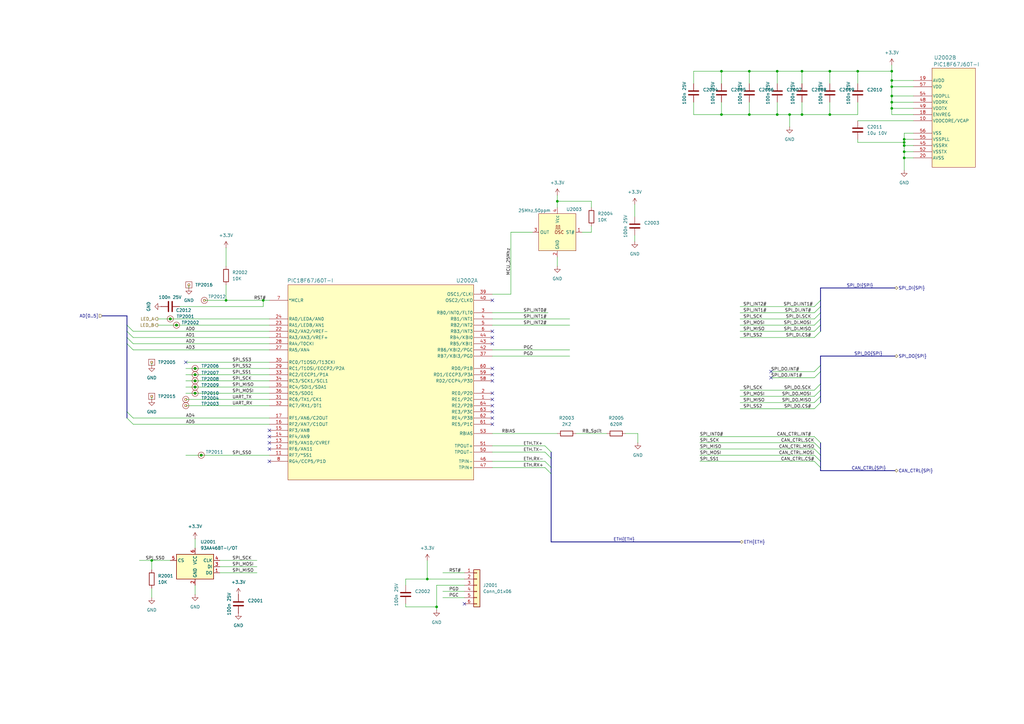
<source format=kicad_sch>
(kicad_sch (version 20231120) (generator "eeschema") (generator_version "8.0")
  (paper "A3")
  (title_block (title "BT_ADDX") (rev "Rev:P1"))
  (lib_symbols
    (symbol "Connector_Generic:Conn_01x06" (pin_names (offset 1.016) hide)
      (property "Reference" "J" (at 0 7.62 0))
      (property "Value" "Conn_01x06" (at 0 -10.16 0))
      (symbol "Conn_01x06_1_1"
        (rectangle (start -1.27 -7.493) (end 0 -7.747) (stroke (width 0.1524)))
        (rectangle (start -1.27 -4.953) (end 0 -5.207) (stroke (width 0.1524)))
        (rectangle (start -1.27 -2.413) (end 0 -2.667) (stroke (width 0.1524)))
        (rectangle (start -1.27 0.127) (end 0 -0.127) (stroke (width 0.1524)))
        (rectangle (start -1.27 2.667) (end 0 2.413) (stroke (width 0.1524)))
        (rectangle (start -1.27 5.207) (end 0 4.953) (stroke (width 0.1524)))
        (rectangle (start -1.27 6.35) (end 1.27 -8.89) (stroke (width 0.254)) (fill (type background)))
        (pin passive line (at -5.08 5.08 0) (length 3.81) (name "Pin_1") (number "1"))
        (pin passive line (at -5.08 2.54 0) (length 3.81) (name "Pin_2") (number "2"))
        (pin passive line (at -5.08 0 0) (length 3.81) (name "Pin_3") (number "3"))
        (pin passive line (at -5.08 -2.54 0) (length 3.81) (name "Pin_4") (number "4"))
        (pin passive line (at -5.08 -5.08 0) (length 3.81) (name "Pin_5") (number "5"))
        (pin passive line (at -5.08 -7.62 0) (length 3.81) (name "Pin_6") (number "6"))
      )
    )
    (symbol "bt_capacitor:C;M;100n;10p;25V;S;0603" (pin_numbers hide) (pin_names (offset 0.254))
      (property "Reference" "C" (at 0.635 2.54 0))
      (property "Value" "100n 25V" (at 4.635 -2.54 0))
      (symbol "C;M;100n;10p;25V;S;0603_0_1"
        (polyline (pts (xy -2.032 -0.762) (xy 2.032 -0.762)) (stroke (width 0.508)))
        (polyline (pts (xy -2.032 0.762) (xy 2.032 0.762)) (stroke (width 0.508)))
      )
      (symbol "C;M;100n;10p;25V;S;0603_1_1"
        (pin passive line (at 0 3.81 270) (length 2.794) (name "~") (number "1"))
        (pin passive line (at 0 -3.81 90) (length 2.794) (name "~") (number "2"))
      )
    )
    (symbol "bt_capacitor:C;M;10u;10p;10V;S;0603" (pin_numbers hide) (pin_names (offset 0.254))
      (property "Reference" "C" (at 0.635 2.54 0))
      (property "Value" "10u 10V" (at 4.635 -2.54 0))
      (symbol "C;M;10u;10p;10V;S;0603_0_1"
        (polyline (pts (xy -2.032 -0.762) (xy 2.032 -0.762)) (stroke (width 0.508)))
        (polyline (pts (xy -2.032 0.762) (xy 2.032 0.762)) (stroke (width 0.508)))
      )
      (symbol "C;M;10u;10p;10V;S;0603_1_1"
        (pin passive line (at 0 3.81 270) (length 2.794) (name "~") (number "1"))
        (pin passive line (at 0 -3.81 90) (length 2.794) (name "~") (number "2"))
      )
    )
    (symbol "bt_mcu:PIC18F67J60T-I_PT" (pin_names (offset 0.254))
      (property "Reference" "U" (at 8.89 10.668 0))
      (property "Value" "PIC18F67J60T-I" (at 17.526 7.874 0))
      (symbol "PIC18F67J60T-I_PT_1_1"
        (rectangle (start 7.62 6.35) (end 83.82 -73.66) (fill (type background)))
        (pin unspecified line (at 91.44 -40.64 180) (length 7.62) (name "RE1/P2C") (number "1"))
        (pin unspecified line (at 0 -63.5 0) (length 7.62) (name "RF7/*SS1") (number "11"))
        (pin unspecified line (at 0 -60.96 0) (length 7.62) (name "RF6/AN11") (number "12"))
        (pin unspecified line (at 0 -58.42 0) (length 7.62) (name "RF5/AN10/CVREF") (number "13"))
        (pin unspecified line (at 0 -55.88 0) (length 7.62) (name "RF4/AN9") (number "14"))
        (pin unspecified line (at 0 -53.34 0) (length 7.62) (name "RF3/AN8") (number "15"))
        (pin unspecified line (at 0 -50.8 0) (length 7.62) (name "RF2/AN7/C1OUT") (number "16"))
        (pin unspecified line (at 0 -48.26 0) (length 7.62) (name "RF1/AN6/C2OUT") (number "17"))
        (pin unspecified line (at 91.44 -38.1 180) (length 7.62) (name "RE0/P2D") (number "2"))
        (pin unspecified line (at 0 -15.24 0) (length 7.62) (name "RA3/AN3/VREF+") (number "21"))
        (pin unspecified line (at 0 -12.7 0) (length 7.62) (name "RA2/AN2/VREF-") (number "22"))
        (pin unspecified line (at 0 -10.16 0) (length 7.62) (name "RA1/LEDB/AN1") (number "23"))
        (pin unspecified line (at 0 -7.62 0) (length 7.62) (name "RA0/LEDA/AN0") (number "24"))
        (pin unspecified line (at 0 -20.32 0) (length 7.62) (name "RA5/AN4") (number "27"))
        (pin unspecified line (at 0 -17.78 0) (length 7.62) (name "RA4/T0CKI") (number "28"))
        (pin unspecified line (at 0 -27.94 0) (length 7.62) (name "RC1/T1OSI/ECCP2/P2A") (number "29"))
        (pin unspecified line (at 91.44 -5.08 180) (length 7.62) (name "RB0/INT0/FLT0") (number "3"))
        (pin unspecified line (at 0 -25.4 0) (length 7.62) (name "RC0/T1OSO/T13CKI") (number "30"))
        (pin unspecified line (at 0 -40.64 0) (length 7.62) (name "RC6/TX1/CK1") (number "31"))
        (pin unspecified line (at 0 -43.18 0) (length 7.62) (name "RC7/RX1/DT1") (number "32"))
        (pin unspecified line (at 0 -30.48 0) (length 7.62) (name "RC2/ECCP1/P1A") (number "33"))
        (pin unspecified line (at 0 -33.02 0) (length 7.62) (name "RC3/SCK1/SCL1") (number "34"))
        (pin unspecified line (at 0 -35.56 0) (length 7.62) (name "RC4/SDI1/SDA1") (number "35"))
        (pin unspecified line (at 0 -38.1 0) (length 7.62) (name "RC5/SDO1") (number "36"))
        (pin unspecified line (at 91.44 -22.86 180) (length 7.62) (name "RB7/KBI3/PGD") (number "37"))
        (pin unspecified line (at 91.44 2.54 180) (length 7.62) (name "OSC1/CLKI") (number "39"))
        (pin unspecified line (at 91.44 -7.62 180) (length 7.62) (name "RB1/INT1") (number "4"))
        (pin unspecified line (at 91.44 0 180) (length 7.62) (name "OSC2/CLKO") (number "40"))
        (pin unspecified line (at 91.44 -20.32 180) (length 7.62) (name "RB6/KBI2/PGC") (number "42"))
        (pin unspecified line (at 91.44 -17.78 180) (length 7.62) (name "RB5/KBI1") (number "43"))
        (pin unspecified line (at 91.44 -15.24 180) (length 7.62) (name "RB4/KBI0") (number "44"))
        (pin unspecified line (at 91.44 -66.04 180) (length 7.62) (name "TPIN-") (number "46"))
        (pin unspecified line (at 91.44 -68.58 180) (length 7.62) (name "TPIN+") (number "47"))
        (pin unspecified line (at 91.44 -10.16 180) (length 7.62) (name "RB2/INT2") (number "5"))
        (pin unspecified line (at 91.44 -62.23 180) (length 7.62) (name "TPOUT-") (number "50"))
        (pin unspecified line (at 91.44 -59.69 180) (length 7.62) (name "TPOUT+") (number "51"))
        (pin unspecified line (at 91.44 -54.61 180) (length 7.62) (name "RBIAS") (number "53"))
        (pin unspecified line (at 91.44 -33.02 180) (length 7.62) (name "RD2/CCP4/P3D") (number "58"))
        (pin unspecified line (at 91.44 -30.48 180) (length 7.62) (name "RD1/ECCP3/P3A") (number "59"))
        (pin unspecified line (at 91.44 -12.7 180) (length 7.62) (name "RB3/INT3") (number "6"))
        (pin unspecified line (at 91.44 -27.94 180) (length 7.62) (name "RD0/P1B") (number "60"))
        (pin unspecified line (at 91.44 -50.8 180) (length 7.62) (name "RE5/P1C") (number "61"))
        (pin unspecified line (at 91.44 -48.26 180) (length 7.62) (name "RE4/P3B") (number "62"))
        (pin unspecified line (at 91.44 -45.72 180) (length 7.62) (name "RE3/P3C") (number "63"))
        (pin unspecified line (at 91.44 -43.18 180) (length 7.62) (name "RE2/P2B") (number "64"))
        (pin unspecified line (at 0 0 0) (length 7.62) (name "*MCLR") (number "7"))
        (pin unspecified line (at 0 -66.04 0) (length 7.62) (name "RG4/CCP5/P1D") (number "8"))
      )
      (symbol "PIC18F67J60T-I_PT_2_1"
        (rectangle (start 7.62 5.08) (end 25.4 -35.56) (fill (type background)))
        (pin unspecified line (at 0 -16.51 0) (length 7.62) (name "VDDCORE/VCAP") (number "10"))
        (pin unspecified line (at 0 -13.97 0) (length 7.62) (name "ENVREG") (number "18"))
        (pin unspecified line (at 0 0 0) (length 7.62) (name "AVDD") (number "19"))
        (pin unspecified line (at 0 -31.75 0) (length 7.62) (name "AVSS") (number "20"))
        (pin unspecified line (at 0 -21.59 0) (length 7.62) hide (name "VSS") (number "25"))
        (pin unspecified line (at 0 -2.54 0) (length 7.62) hide (name "VDD") (number "26"))
        (pin unspecified line (at 0 -2.54 0) (length 7.62) hide (name "VDD") (number "38"))
        (pin unspecified line (at 0 -21.59 0) (length 7.62) hide (name "VSS") (number "41"))
        (pin unspecified line (at 0 -26.67 0) (length 7.62) (name "VSSRX") (number "45"))
        (pin unspecified line (at 0 -8.89 0) (length 7.62) (name "VDDRX") (number "48"))
        (pin unspecified line (at 0 -11.43 0) (length 7.62) (name "VDDTX") (number "49"))
        (pin unspecified line (at 0 -29.21 0) (length 7.62) (name "VSSTX") (number "52"))
        (pin unspecified line (at 0 -6.35 0) (length 7.62) (name "VDDPLL") (number "54"))
        (pin unspecified line (at 0 -24.13 0) (length 7.62) (name "VSSPLL") (number "55"))
        (pin unspecified line (at 0 -21.59 0) (length 7.62) (name "VSS") (number "56"))
        (pin unspecified line (at 0 -2.54 0) (length 7.62) (name "VDD") (number "57"))
        (pin unspecified line (at 0 -21.59 0) (length 7.62) hide (name "VSS") (number "9"))
      )
    )
    (symbol "bt_memory:93AA46BT-I/OT"
      (property "Reference" "U" (at -6.35 6.35 0))
      (property "Value" "93AA46BT-I/OT" (at 7.62 -6.35 0))
      (symbol "93AA46BT-I/OT_0_1"
        (rectangle (start -7.62 5.08) (end 7.62 -5.08) (stroke (width 0.254)) (fill (type background)))
      )
      (symbol "93AA46BT-I/OT_1_1"
        (pin tri_state line (at 10.16 -2.54 180) (length 2.54) (name "DO") (number "1"))
        (pin power_in line (at 0 -7.62 90) (length 2.54) (name "GND") (number "2"))
        (pin input line (at 10.16 0 180) (length 2.54) (name "DI") (number "3"))
        (pin input line (at 10.16 2.54 180) (length 2.54) (name "CLK") (number "4"))
        (pin input line (at -10.16 2.54 0) (length 2.54) (name "CS") (number "5"))
        (pin power_in line (at 0 7.62 270) (length 2.54) (name "VCC") (number "6"))
      )
    )
    (symbol "bt_misc:TestPoint_SQU" (pin_numbers hide) (pin_names (offset 0.762) hide)
      (property "Reference" "TP" (at 0 3.81 0))
      (symbol "TestPoint_SQU_0_1"
        (rectangle (start -1.27 1.27) (end 1.27 -1.27))
        (circle (center 0 0) (radius 0.508) (fill (type background)))
      )
      (symbol "TestPoint_SQU_1_1"
        (pin passive line (at 0 0 90) (length 0) (name "1") (number "1"))
      )
    )
    (symbol "bt_misc:TestPoint_THD" (pin_numbers hide) (pin_names (offset 0.762) hide)
      (property "Reference" "TP" (at 0 3.81 0))
      (symbol "TestPoint_THD_0_1"
        (circle (center 0 0) (radius 0.508) (fill (type background)))
        (circle (center 0 0) (radius 1.27))
      )
      (symbol "TestPoint_THD_1_1"
        (pin passive line (at 0 0 90) (length 0) (name "1") (number "1"))
      )
    )
    (symbol "bt_oscillator:OSC;25Mhz;50ppm;3v3;SG3225CAN"
      (property "Reference" "U" (at 0.762 1.27 0))
      (property "Value" "25Mhz,50ppm" (at 14.986 1.27 0))
      (symbol "OSC;25Mhz;50ppm;3v3;SG3225CAN_0_0"
        (pin input line (at -2.54 -7.62 0) (length 2.54) (name "ST#") (number "1"))
      )
      (symbol "OSC;25Mhz;50ppm;3v3;SG3225CAN_0_1"
        (polyline (pts (xy 6.35 -6.35) (xy 6.604 -6.35) (xy 6.604 -4.826) (xy 7.112 -4.826) (xy 7.112 -6.35) (xy 7.62 -6.35) (xy 7.62 -4.826) (xy 8.128 -4.826) (xy 8.128 -6.35) (xy 8.382 -6.35)))
        (rectangle (start 0 0) (end 15.24 -15.24) (fill (type background)))
      )
      (symbol "OSC;25Mhz;50ppm;3v3;SG3225CAN_1_0"
        (pin input line (at 7.62 -17.78 90) (length 2.54) (name "GND") (number "2"))
        (pin output line (at 17.78 -7.62 180) (length 2.54) (name "OUT") (number "3"))
        (pin power_in line (at 7.62 2.54 270) (length 2.54) (name "Vcc") (number "4"))
      )
      (symbol "OSC;25Mhz;50ppm;3v3;SG3225CAN_1_1"
        (text "OSC" (at 6.858 -7.62 0) (effects (font (size 1.27 1.27))))
      )
    )
    (symbol "bt_resistors:R;G;10K;10P0;S;0603" (pin_numbers hide) (pin_names (offset 0))
      (property "Reference" "R" (at 2.032 0 90))
      (property "Value" "10K" (at 0 0 90))
      (symbol "R;G;10K;10P0;S;0603_0_1"
        (rectangle (start -1.016 -2.54) (end 1.016 2.54) (stroke (width 0.254)))
      )
      (symbol "R;G;10K;10P0;S;0603_1_1"
        (pin passive line (at 0 3.81 270) (length 1.27) (name "~") (number "1"))
        (pin passive line (at 0 -3.81 90) (length 1.27) (name "~") (number "2"))
      )
    )
    (symbol "bt_resistors:R;G;2K2;10P0;S;0603" (pin_numbers hide) (pin_names (offset 0))
      (property "Reference" "R" (at 2.032 0 90))
      (property "Value" "2K2" (at 0 0 90))
      (symbol "R;G;2K2;10P0;S;0603_0_1"
        (rectangle (start -1.016 -2.54) (end 1.016 2.54) (stroke (width 0.254)))
      )
      (symbol "R;G;2K2;10P0;S;0603_1_1"
        (pin passive line (at 0 3.81 270) (length 1.27) (name "~") (number "1"))
        (pin passive line (at 0 -3.81 90) (length 1.27) (name "~") (number "2"))
      )
    )
    (symbol "bt_resistors:R;G;620R;10P0;S;0603" (pin_numbers hide) (pin_names (offset 0))
      (property "Reference" "R" (at 2.032 0 90))
      (property "Value" "620R" (at 0 0 90))
      (symbol "R;G;620R;10P0;S;0603_0_1"
        (rectangle (start -1.016 -2.54) (end 1.016 2.54) (stroke (width 0.254)))
      )
      (symbol "R;G;620R;10P0;S;0603_1_1"
        (pin passive line (at 0 3.81 270) (length 1.27) (name "~") (number "1"))
        (pin passive line (at 0 -3.81 90) (length 1.27) (name "~") (number "2"))
      )
    )
    (symbol "power:+3.3V" (power) (pin_numbers hide) (pin_names (offset 0) hide)
      (property "Value" "+3.3V" (at 0 3.556 0))
      (symbol "+3.3V_0_1"
        (polyline (pts (xy -0.762 1.27) (xy 0 2.54)))
        (polyline (pts (xy 0 0) (xy 0 2.54)))
        (polyline (pts (xy 0 2.54) (xy 0.762 1.27)))
      )
      (symbol "+3.3V_1_1"
        (pin power_in line (at 0 0 90) (length 0) (name "~") (number "1"))
      )
    )
    (symbol "power:GND" (power) (pin_numbers hide) (pin_names (offset 0) hide)
      (property "Value" "GND" (at 0 -3.81 0))
      (symbol "GND_0_1"
        (polyline (pts (xy 0 0) (xy 0 -1.27) (xy 1.27 -1.27) (xy 0 -2.54) (xy -1.27 -1.27) (xy 0 -1.27)))
      )
      (symbol "GND_1_1"
        (pin power_in line (at 0 0 270) (length 0) (name "~") (number "1"))
      )
    )
  )
  (junction (at 365.76 33.02))
  (junction (at 365.76 39.37))
  (junction (at 80.01 151.13))
  (junction (at 295.91 46.99))
  (junction (at 62.23 229.87))
  (junction (at 351.79 29.21))
  (junction (at 72.39 133.35))
  (junction (at 370.84 64.77))
  (junction (at 92.71 123.19))
  (junction (at 328.93 46.99))
  (junction (at 175.26 237.49))
  (junction (at 307.34 46.99))
  (junction (at 370.84 59.69))
  (junction (at 307.34 29.21))
  (junction (at 365.76 41.91))
  (junction (at 370.84 57.15))
  (junction (at 80.01 161.29))
  (junction (at 328.93 29.21))
  (junction (at 365.76 35.56))
  (junction (at 318.77 46.99))
  (junction (at 82.55 186.69))
  (junction (at 295.91 29.21))
  (junction (at 370.84 62.23))
  (junction (at 365.76 44.45))
  (junction (at 370.84 58.42))
  (junction (at 80.01 158.75))
  (junction (at 365.76 29.21))
  (junction (at 318.77 29.21))
  (junction (at 69.85 130.81))
  (junction (at 323.85 46.99))
  (junction (at 107.95 123.19))
  (junction (at 228.6 82.55))
  (junction (at 340.36 29.21))
  (junction (at 340.36 46.99))
  (junction (at 179.07 248.92))
  (junction (at 80.01 156.21))
  (junction (at 80.01 153.67))
  (no_connect (at 201.93 123.19))
  (no_connect (at 76.2 148.59))
  (no_connect (at 201.93 135.89))
  (no_connect (at 201.93 168.91))
  (no_connect (at 201.93 156.21))
  (no_connect (at 110.49 176.53))
  (no_connect (at 110.49 179.07))
  (no_connect (at 201.93 151.13))
  (no_connect (at 201.93 161.29))
  (no_connect (at 201.93 163.83))
  (no_connect (at 316.23 152.4))
  (no_connect (at 201.93 153.67))
  (no_connect (at 201.93 166.37))
  (no_connect (at 110.49 181.61))
  (no_connect (at 201.93 173.99))
  (no_connect (at 110.49 184.15))
  (no_connect (at 201.93 138.43))
  (no_connect (at 201.93 140.97))
  (no_connect (at 316.23 154.94))
  (no_connect (at 201.93 171.45))
  (no_connect (at 110.49 189.23))
  (no_connect (at 190.5 247.65))
  (bus_entry (at 336.55 130.81) (size -2.54 2.54))
  (bus_entry (at 52.07 133.35) (size 2.54 2.54))
  (bus_entry (at 336.55 186.69) (size -2.54 -2.54))
  (bus_entry (at 336.55 191.77) (size -2.54 -2.54))
  (bus_entry (at 336.55 125.73) (size -2.54 2.54))
  (bus_entry (at 336.55 189.23) (size -2.54 -2.54))
  (bus_entry (at 336.55 181.61) (size -2.54 -2.54))
  (bus_entry (at 336.55 123.19) (size -2.54 2.54))
  (bus_entry (at 226.06 191.77) (size -2.54 -2.54))
  (bus_entry (at 52.07 140.97) (size 2.54 2.54))
  (bus_entry (at 336.55 165.1) (size -2.54 2.54))
  (bus_entry (at 52.07 171.45) (size 2.54 2.54))
  (bus_entry (at 336.55 160.02) (size -2.54 2.54))
  (bus_entry (at 226.06 187.96) (size -2.54 -2.54))
  (bus_entry (at 52.07 168.91) (size 2.54 2.54))
  (bus_entry (at 52.07 135.89) (size 2.54 2.54))
  (bus_entry (at 336.55 133.35) (size -2.54 2.54))
  (bus_entry (at 336.55 162.56) (size -2.54 2.54))
  (bus_entry (at 226.06 185.42) (size -2.54 -2.54))
  (bus_entry (at 226.06 194.31) (size -2.54 -2.54))
  (bus_entry (at 336.55 128.27) (size -2.54 2.54))
  (bus_entry (at 336.55 184.15) (size -2.54 -2.54))
  (bus_entry (at 336.55 135.89) (size -2.54 2.54))
  (bus_entry (at 52.07 138.43) (size 2.54 2.54))
  (bus_entry (at 336.55 152.4) (size -2.54 2.54))
  (bus_entry (at 336.55 157.48) (size -2.54 2.54))
  (bus_entry (at 336.55 149.86) (size -2.54 2.54))
  (wire (pts (xy 107.95 123.19) (xy 110.49 123.19)))
  (bus (pts (xy 367.03 118.11) (xy 336.55 118.11)))
  (wire (pts (xy 365.76 35.56) (xy 365.76 39.37)))
  (wire (pts (xy 72.39 133.35) (xy 110.49 133.35)))
  (wire (pts (xy 209.55 95.25) (xy 218.44 95.25)))
  (wire (pts (xy 328.93 29.21) (xy 328.93 34.29)))
  (wire (pts (xy 365.76 33.02) (xy 365.76 35.56)))
  (wire (pts (xy 76.2 166.37) (xy 110.49 166.37)))
  (bus (pts (xy 336.55 146.05) (xy 367.03 146.05)))
  (wire (pts (xy 307.34 29.21) (xy 307.34 34.29)))
  (wire (pts (xy 370.84 57.15) (xy 370.84 58.42)))
  (bus (pts (xy 52.07 133.35) (xy 52.07 129.54)))
  (wire (pts (xy 181.61 245.11) (xy 190.5 245.11)))
  (bus (pts (xy 336.55 160.02) (xy 336.55 157.48)))
  (wire (pts (xy 318.77 29.21) (xy 318.77 34.29)))
  (wire (pts (xy 340.36 29.21) (xy 340.36 34.29)))
  (wire (pts (xy 328.93 46.99) (xy 323.85 46.99)))
  (wire (pts (xy 62.23 148.59) (xy 62.23 149.86)))
  (wire (pts (xy 303.53 135.89) (xy 334.01 135.89)))
  (wire (pts (xy 201.93 143.51) (xy 233.68 143.51)))
  (wire (pts (xy 201.93 182.88) (xy 223.52 182.88)))
  (wire (pts (xy 76.2 158.75) (xy 80.01 158.75)))
  (wire (pts (xy 77.47 116.84) (xy 77.47 118.11)))
  (wire (pts (xy 307.34 41.91) (xy 307.34 46.99)))
  (bus (pts (xy 336.55 152.4) (xy 336.55 157.48)))
  (wire (pts (xy 236.22 177.8) (xy 248.92 177.8)))
  (wire (pts (xy 76.2 151.13) (xy 80.01 151.13)))
  (wire (pts (xy 80.01 240.03) (xy 80.01 243.84)))
  (bus (pts (xy 336.55 184.15) (xy 336.55 186.69)))
  (wire (pts (xy 370.84 58.42) (xy 370.84 59.69)))
  (wire (pts (xy 370.84 62.23) (xy 374.65 62.23)))
  (wire (pts (xy 334.01 189.23) (xy 287.02 189.23)))
  (bus (pts (xy 52.07 140.97) (xy 52.07 168.91)))
  (bus (pts (xy 336.55 130.81) (xy 336.55 128.27)))
  (wire (pts (xy 76.2 161.29) (xy 80.01 161.29)))
  (wire (pts (xy 90.17 232.41) (xy 105.41 232.41)))
  (bus (pts (xy 336.55 149.86) (xy 336.55 152.4)))
  (wire (pts (xy 323.85 46.99) (xy 318.77 46.99)))
  (wire (pts (xy 365.76 26.67) (xy 365.76 29.21)))
  (wire (pts (xy 92.71 116.84) (xy 92.71 123.19)))
  (wire (pts (xy 166.37 248.92) (xy 166.37 247.65)))
  (wire (pts (xy 92.71 101.6) (xy 92.71 109.22)))
  (wire (pts (xy 328.93 29.21) (xy 340.36 29.21)))
  (wire (pts (xy 303.53 125.73) (xy 334.01 125.73)))
  (wire (pts (xy 73.66 125.73) (xy 107.95 125.73)))
  (wire (pts (xy 323.85 46.99) (xy 323.85 52.07)))
  (wire (pts (xy 76.2 156.21) (xy 80.01 156.21)))
  (wire (pts (xy 179.07 248.92) (xy 179.07 250.19)))
  (wire (pts (xy 76.2 186.69) (xy 82.55 186.69)))
  (wire (pts (xy 76.2 148.59) (xy 110.49 148.59)))
  (bus (pts (xy 336.55 165.1) (xy 336.55 162.56)))
  (wire (pts (xy 365.76 39.37) (xy 365.76 41.91)))
  (wire (pts (xy 287.02 186.69) (xy 334.01 186.69)))
  (wire (pts (xy 166.37 237.49) (xy 166.37 240.03)))
  (bus (pts (xy 52.07 135.89) (xy 52.07 138.43)))
  (wire (pts (xy 83.82 123.19) (xy 92.71 123.19)))
  (wire (pts (xy 287.02 181.61) (xy 334.01 181.61)))
  (bus (pts (xy 336.55 128.27) (xy 336.55 125.73)))
  (bus (pts (xy 336.55 162.56) (xy 336.55 160.02)))
  (wire (pts (xy 54.61 143.51) (xy 110.49 143.51)))
  (wire (pts (xy 365.76 35.56) (xy 374.65 35.56)))
  (wire (pts (xy 80.01 153.67) (xy 110.49 153.67)))
  (wire (pts (xy 201.93 191.77) (xy 223.52 191.77)))
  (wire (pts (xy 76.2 153.67) (xy 80.01 153.67)))
  (wire (pts (xy 175.26 229.87) (xy 175.26 237.49)))
  (wire (pts (xy 340.36 46.99) (xy 328.93 46.99)))
  (wire (pts (xy 370.84 64.77) (xy 370.84 69.85)))
  (wire (pts (xy 318.77 46.99) (xy 307.34 46.99)))
  (wire (pts (xy 76.2 163.83) (xy 110.49 163.83)))
  (bus (pts (xy 336.55 123.19) (xy 336.55 118.11)))
  (wire (pts (xy 351.79 46.99) (xy 340.36 46.99)))
  (wire (pts (xy 303.53 160.02) (xy 334.01 160.02)))
  (wire (pts (xy 295.91 29.21) (xy 307.34 29.21)))
  (wire (pts (xy 181.61 242.57) (xy 190.5 242.57)))
  (wire (pts (xy 351.79 58.42) (xy 370.84 58.42)))
  (wire (pts (xy 370.84 57.15) (xy 374.65 57.15)))
  (wire (pts (xy 80.01 151.13) (xy 110.49 151.13)))
  (wire (pts (xy 190.5 240.03) (xy 179.07 240.03)))
  (wire (pts (xy 64.77 133.35) (xy 72.39 133.35)))
  (wire (pts (xy 351.79 49.53) (xy 374.65 49.53)))
  (wire (pts (xy 64.77 130.81) (xy 69.85 130.81)))
  (wire (pts (xy 107.95 125.73) (xy 107.95 123.19)))
  (wire (pts (xy 242.57 85.09) (xy 242.57 82.55)))
  (wire (pts (xy 365.76 33.02) (xy 374.65 33.02)))
  (bus (pts (xy 336.55 181.61) (xy 336.55 184.15)))
  (wire (pts (xy 201.93 130.81) (xy 233.68 130.81)))
  (wire (pts (xy 90.17 229.87) (xy 105.41 229.87)))
  (bus (pts (xy 226.06 187.96) (xy 226.06 191.77)))
  (bus (pts (xy 336.55 191.77) (xy 336.55 193.04)))
  (wire (pts (xy 284.48 34.29) (xy 284.48 29.21)))
  (wire (pts (xy 365.76 39.37) (xy 374.65 39.37)))
  (wire (pts (xy 260.35 96.52) (xy 260.35 99.06)))
  (wire (pts (xy 201.93 128.27) (xy 224.79 128.27)))
  (bus (pts (xy 226.06 185.42) (xy 226.06 187.96)))
  (wire (pts (xy 365.76 44.45) (xy 365.76 46.99)))
  (wire (pts (xy 62.23 162.56) (xy 62.23 163.83)))
  (wire (pts (xy 295.91 46.99) (xy 284.48 46.99)))
  (wire (pts (xy 365.76 41.91) (xy 365.76 44.45)))
  (bus (pts (xy 52.07 138.43) (xy 52.07 140.97)))
  (wire (pts (xy 242.57 82.55) (xy 228.6 82.55)))
  (wire (pts (xy 209.55 120.65) (xy 201.93 120.65)))
  (bus (pts (xy 336.55 133.35) (xy 336.55 130.81)))
  (wire (pts (xy 370.84 59.69) (xy 374.65 59.69)))
  (wire (pts (xy 242.57 95.25) (xy 238.76 95.25)))
  (wire (pts (xy 190.5 237.49) (xy 175.26 237.49)))
  (bus (pts (xy 336.55 189.23) (xy 336.55 191.77)))
  (wire (pts (xy 370.84 64.77) (xy 374.65 64.77)))
  (bus (pts (xy 226.06 191.77) (xy 226.06 194.31)))
  (bus (pts (xy 336.55 146.05) (xy 336.55 149.86)))
  (bus (pts (xy 52.07 135.89) (xy 52.07 133.35)))
  (wire (pts (xy 340.36 41.91) (xy 340.36 46.99)))
  (wire (pts (xy 370.84 54.61) (xy 374.65 54.61)))
  (wire (pts (xy 365.76 29.21) (xy 365.76 33.02)))
  (wire (pts (xy 242.57 92.71) (xy 242.57 95.25)))
  (wire (pts (xy 82.55 186.69) (xy 110.49 186.69)))
  (wire (pts (xy 228.6 82.55) (xy 228.6 85.09)))
  (wire (pts (xy 351.79 57.15) (xy 351.79 58.42)))
  (wire (pts (xy 175.26 237.49) (xy 166.37 237.49)))
  (wire (pts (xy 201.93 177.8) (xy 228.6 177.8)))
  (wire (pts (xy 201.93 185.42) (xy 223.52 185.42)))
  (wire (pts (xy 80.01 161.29) (xy 110.49 161.29)))
  (wire (pts (xy 295.91 29.21) (xy 295.91 34.29)))
  (wire (pts (xy 261.62 177.8) (xy 261.62 181.61)))
  (wire (pts (xy 228.6 105.41) (xy 228.6 109.22)))
  (wire (pts (xy 303.53 167.64) (xy 334.01 167.64)))
  (wire (pts (xy 54.61 140.97) (xy 110.49 140.97)))
  (wire (pts (xy 201.93 133.35) (xy 233.68 133.35)))
  (wire (pts (xy 54.61 138.43) (xy 110.49 138.43)))
  (wire (pts (xy 80.01 156.21) (xy 110.49 156.21)))
  (wire (pts (xy 351.79 41.91) (xy 351.79 46.99)))
  (wire (pts (xy 209.55 95.25) (xy 209.55 120.65)))
  (wire (pts (xy 365.76 41.91) (xy 374.65 41.91)))
  (wire (pts (xy 201.93 189.23) (xy 223.52 189.23)))
  (wire (pts (xy 54.61 135.89) (xy 110.49 135.89)))
  (wire (pts (xy 318.77 29.21) (xy 328.93 29.21)))
  (wire (pts (xy 307.34 29.21) (xy 318.77 29.21)))
  (wire (pts (xy 328.93 41.91) (xy 328.93 46.99)))
  (wire (pts (xy 80.01 158.75) (xy 110.49 158.75)))
  (wire (pts (xy 80.01 220.98) (xy 80.01 224.79)))
  (bus (pts (xy 52.07 168.91) (xy 52.07 171.45)))
  (bus (pts (xy 226.06 194.31) (xy 226.06 222.25)))
  (wire (pts (xy 303.53 130.81) (xy 334.01 130.81)))
  (wire (pts (xy 287.02 184.15) (xy 334.01 184.15)))
  (wire (pts (xy 370.84 62.23) (xy 370.84 64.77)))
  (bus (pts (xy 226.06 222.25) (xy 303.53 222.25)))
  (wire (pts (xy 57.15 229.87) (xy 62.23 229.87)))
  (bus (pts (xy 336.55 193.04) (xy 367.03 193.04)))
  (wire (pts (xy 303.53 138.43) (xy 334.01 138.43)))
  (wire (pts (xy 201.93 146.05) (xy 233.68 146.05)))
  (wire (pts (xy 370.84 54.61) (xy 370.84 57.15)))
  (wire (pts (xy 260.35 83.82) (xy 260.35 88.9)))
  (bus (pts (xy 336.55 125.73) (xy 336.55 123.19)))
  (wire (pts (xy 92.71 123.19) (xy 107.95 123.19)))
  (wire (pts (xy 62.23 229.87) (xy 62.23 233.68)))
  (wire (pts (xy 303.53 162.56) (xy 334.01 162.56)))
  (wire (pts (xy 179.07 240.03) (xy 179.07 248.92)))
  (wire (pts (xy 351.79 29.21) (xy 351.79 34.29)))
  (wire (pts (xy 351.79 29.21) (xy 365.76 29.21)))
  (wire (pts (xy 307.34 46.99) (xy 295.91 46.99)))
  (wire (pts (xy 365.76 44.45) (xy 374.65 44.45)))
  (wire (pts (xy 370.84 59.69) (xy 370.84 62.23)))
  (wire (pts (xy 318.77 41.91) (xy 318.77 46.99)))
  (wire (pts (xy 316.23 154.94) (xy 334.01 154.94)))
  (wire (pts (xy 54.61 173.99) (xy 110.49 173.99)))
  (wire (pts (xy 62.23 229.87) (xy 69.85 229.87)))
  (wire (pts (xy 62.23 241.3) (xy 62.23 245.11)))
  (wire (pts (xy 69.85 130.81) (xy 110.49 130.81)))
  (wire (pts (xy 54.61 171.45) (xy 110.49 171.45)))
  (wire (pts (xy 316.23 152.4) (xy 334.01 152.4)))
  (wire (pts (xy 287.02 179.07) (xy 334.01 179.07)))
  (wire (pts (xy 90.17 234.95) (xy 105.41 234.95)))
  (wire (pts (xy 303.53 165.1) (xy 334.01 165.1)))
  (wire (pts (xy 295.91 41.91) (xy 295.91 46.99)))
  (wire (pts (xy 374.65 46.99) (xy 365.76 46.99)))
  (wire (pts (xy 340.36 29.21) (xy 351.79 29.21)))
  (wire (pts (xy 181.61 234.95) (xy 190.5 234.95)))
  (wire (pts (xy 284.48 29.21) (xy 295.91 29.21)))
  (wire (pts (xy 256.54 177.8) (xy 261.62 177.8)))
  (wire (pts (xy 166.37 248.92) (xy 179.07 248.92)))
  (bus (pts (xy 336.55 135.89) (xy 336.55 133.35)))
  (wire (pts (xy 284.48 46.99) (xy 284.48 41.91)))
  (wire (pts (xy 303.53 133.35) (xy 334.01 133.35)))
  (bus (pts (xy 336.55 186.69) (xy 336.55 189.23)))
  (wire (pts (xy 303.53 128.27) (xy 334.01 128.27)))
  (wire (pts (xy 228.6 80.01) (xy 228.6 82.55)))
  (bus (pts (xy 41.91 129.54) (xy 52.07 129.54)))
  (label "UART_RX" (at 95.25 166.37 0))
  (label "SPI_MOSI" (at 95.25 232.41 0))
  (label "CAN_CTRL{SPI}" (at 349.25 193.04 0))
  (label "RST#" (at 104.14 123.19 0))
  (label "SPI_MOSI" (at 287.02 186.69 0))
  (label "SPI_MISO" (at 304.8 165.1 0))
  (label "CAN_CTRL.SCK" (at 334.01 181.61 180))
  (label "SPI_MISO" (at 304.8 135.89 0))
  (label "SPI_SCK" (at 304.8 160.02 0))
  (label "SPI_DO{SPI}" (at 361.95 146.05 180))
  (label "SPI_DI.CS#" (at 332.74 138.43 180))
  (label "CAN_CTRL.CS#" (at 334.01 189.23 180))
  (label "CAN_CTRL.MOSI" (at 334.01 186.69 180))
  (label "SPI_INT0#" (at 287.02 179.07 0))
  (label "PGD" (at 214.63 146.05 0))
  (label "AD1" (at 76.2 138.43 0))
  (label "RBIAS" (at 205.74 177.8 0))
  (label "SPI_SCK" (at 95.25 156.21 0))
  (label "ETH{ETH}" (at 260.35 222.25 180))
  (label "AD2" (at 76.2 140.97 0))
  (label "AD3" (at 76.2 143.51 0))
  (label "CAN_CTRL.INT#" (at 332.74 179.07 180))
  (label "SPI_MISO" (at 287.02 184.15 0))
  (label "SPI_DI.MISO" (at 332.74 135.89 180))
  (label "AD0" (at 76.2 135.89 0))
  (label "SPI_DO.INT#" (at 316.23 152.4 0))
  (label "SPI_DO.MOSI" (at 332.74 162.56 180))
  (label "SPI_SS0" (at 95.25 186.69 0))
  (label "SPI_SS2" (at 95.25 151.13 0))
  (label "SPI_SS3" (at 95.25 148.59 0))
  (label "SPI_SCK" (at 304.8 130.81 0))
  (label "RB_Split" (at 238.76 177.8 0))
  (label "SPI_MOSI" (at 304.8 162.56 0))
  (label "SPI_DI{SPI}" (at 358.14 118.11 180))
  (label "SPI_MOSI" (at 95.25 161.29 0))
  (label "SPI_MISO" (at 95.25 234.95 0))
  (label "SPI_DO.INT1#" (at 316.23 154.94 0))
  (label "SPI_SS0" (at 59.69 229.87 0))
  (label "SPI_DO.MISO" (at 332.74 165.1 180))
  (label "SPI_SS1" (at 95.25 153.67 0))
  (label "SPI_SS2" (at 304.8 167.64 0))
  (label "SPI_INT1#" (at 214.63 130.81 0))
  (label "ETH.TX-" (at 214.63 185.42 0))
  (label "AD5" (at 76.2 173.99 0))
  (label "CAN_CTRL.MISO" (at 334.01 184.15 180))
  (label "SPI_INT0#" (at 214.63 128.27 0))
  (label "SPI_INT2#" (at 214.63 133.35 0))
  (label "SPI_DO.CS#" (at 332.74 167.64 180))
  (label "SPI_MISO" (at 95.25 158.75 0))
  (label "PGD" (at 184.15 242.57 0))
  (label "SPI_SS1" (at 287.02 189.23 0))
  (label "MCU_25Mhz" (at 209.55 101.6 270))
  (label "SPI_INT2#" (at 304.8 125.73 0))
  (label "UART_TX" (at 95.25 163.83 0))
  (label "RST#" (at 184.15 234.95 0))
  (label "SPI_SS2" (at 304.8 138.43 0))
  (label "SPI_DI.MOSI" (at 332.74 133.35 180))
  (label "SPI_DI.INT1#" (at 321.31 125.73 0))
  (label "SPI_DI.INT#" (at 332.74 128.27 180))
  (label "ETH.TX+" (at 214.63 182.88 0))
  (label "ETH.RX-" (at 214.63 189.23 0))
  (label "AD4" (at 76.2 171.45 0))
  (label "SPI_INT1#" (at 304.8 128.27 0))
  (label "ETH.RX+" (at 214.63 191.77 0))
  (label "SPI_MOSI" (at 304.8 133.35 0))
  (label "SPI_DI.SCK" (at 332.74 130.81 180))
  (label "SPI_SCK" (at 95.25 229.87 0))
  (label "SPI_DO.SCK" (at 332.74 160.02 180))
  (label "SPI_SCK" (at 287.02 181.61 0))
  (label "PGC" (at 184.15 245.11 0))
  (label "PGC" (at 214.63 143.51 0))
  (hierarchical_label "ETH{ETH}" (shape bidirectional) (at 303.53 222.25 0))
  (hierarchical_label "LED_B" (shape output) (at 64.77 133.35 180))
  (hierarchical_label "CAN_CTRL{SPI}" (shape bidirectional) (at 367.03 193.04 0))
  (hierarchical_label "SPI_DO{SPI}" (shape bidirectional) (at 367.03 146.05 0))
  (hierarchical_label "SPI_DI{SPI}" (shape bidirectional) (at 367.03 118.11 0))
  (hierarchical_label "LED_A" (shape output) (at 64.77 130.81 180))
  (hierarchical_label "AD[0..5]" (shape input) (at 41.91 129.54 180))
  (symbol (lib_id "bt_misc:TestPoint_THD") (at 80.01 158.75 0) (unit 1)
    (property "Reference" "TP2009" (at 82.55 157.988 0) (effects (justify left)))
    (property "Value" "TestPoint" (effects (hide yes)))
    (property "Footprint" "TestPoint:TestPoint_THTPad_D1.0mm_Drill0.5mm" (effects (hide yes)))
    (property "Description" "test point" (effects (hide yes)))
  )
  (symbol (lib_id "bt_oscillator:OSC;25Mhz;50ppm;3v3;SG3225CAN") (at 236.22 87.63 0) (mirror y) (unit 1)
    (property "Reference" "U2003" (at 235.458 85.852 0))
    (property "Value" "25Mhz,50ppm" (at 219.202 86.36 0))
    (property "Footprint" "Oscillator:Oscillator_SMD_SeikoEpson_SG8002CE-4Pin_3.2x2.5mm" (effects (hide yes)))
    (property "Description" "3V3 oscillator 25Mhz 50ppm" (effects (hide yes)))
    (property "MPN" "SG3225CAN 25.0000M-TJGA6" (effects (hide yes)))
    (property "CPN" "BT05001-25601" (effects (hide yes)))
  )
  (symbol (lib_id "bt_capacitor:C;M;100n;10p;25V;S;0603") (at 69.85 125.73 270) (unit 1)
    (property "Reference" "C2012" (at 72.136 127.254 90) (effects (justify left)))
    (property "Value" "100n 25V" (at 65.024 121.92 90) (effects (justify left)))
    (property "Footprint" "Capacitor_SMD:C_0603_1608Metric" (effects (hide yes)))
    (property "Description" "Capacitor" (effects (hide yes)))
    (property "MPN" "C;C;T1;S;P0603;NA" (effects (hide yes)))
    (property "CPN" "BT00008-090680" (effects (hide yes)))
  )
  (symbol (lib_id "bt_misc:TestPoint_SQU") (at 62.23 162.56 0) (unit 1)
    (property "Reference" "TP2015" (at 64.77 162.5599 0) (effects (justify left)))
    (property "Value" "TestPoint" (effects (hide yes)))
    (property "Footprint" "TestPoint:TestPoint_THTPad_1.0x1.0mm_Drill0.5mm" (effects (hide yes)))
    (property "Description" "test point" (effects (hide yes)))
  )
  (symbol (lib_id "power:+3.3V") (at 80.01 220.98 0) (unit 1)
    (property "Reference" "#PWR02002" (effects (hide yes)))
    (property "Value" "+3.3V" (at 80.01 215.9 0))
    (property "Description" "Power symbol creates a global label with name \"+3.3V\"" (effects (hide yes)))
  )
  (symbol (lib_id "bt_misc:TestPoint_THD") (at 83.82 123.19 0) (unit 1)
    (property "Reference" "TP2012" (at 85.344 121.666 0) (effects (justify left)))
    (property "Value" "TestPoint" (effects (hide yes)))
    (property "Footprint" "TestPoint:TestPoint_THTPad_D1.0mm_Drill0.5mm" (effects (hide yes)))
    (property "Description" "test point" (effects (hide yes)))
  )
  (symbol (lib_id "bt_resistors:R;G;10K;10P0;S;0603") (at 242.57 88.9 0) (unit 1)
    (property "Reference" "R2004" (at 245.11 87.6299 0) (effects (justify left)))
    (property "Value" "10K" (at 245.11 90.1699 0) (effects (justify left)))
    (property "Footprint" "Resistor_SMD:R_0603_1608Metric" (effects (hide yes)))
    (property "Description" "Resistor" (effects (hide yes)))
    (property "MPN" "R;G;T1;S;P0603;NA" (effects (hide yes)))
    (property "CPN" "BT00002-30100" (effects (hide yes)))
  )
  (symbol (lib_id "bt_misc:TestPoint_THD") (at 80.01 153.67 0) (unit 1)
    (property "Reference" "TP2007" (at 82.55 152.908 0) (effects (justify left)))
    (property "Value" "TestPoint" (effects (hide yes)))
    (property "Footprint" "TestPoint:TestPoint_THTPad_D1.0mm_Drill0.5mm" (effects (hide yes)))
    (property "Description" "test point" (effects (hide yes)))
  )
  (symbol (lib_id "bt_resistors:R;G;10K;10P0;S;0603") (at 92.71 113.03 0) (unit 1)
    (property "Reference" "R2002" (at 95.25 111.7599 0) (effects (justify left)))
    (property "Value" "10K" (at 95.25 114.2999 0) (effects (justify left)))
    (property "Footprint" "Resistor_SMD:R_0603_1608Metric" (effects (hide yes)))
    (property "Description" "Resistor" (effects (hide yes)))
    (property "MPN" "R;G;T1;S;P0603;NA" (effects (hide yes)))
    (property "CPN" "BT00002-30100" (effects (hide yes)))
  )
  (symbol (lib_id "bt_capacitor:C;M;100n;10p;25V;S;0603") (at 307.34 38.1 0) (unit 1)
    (property "Reference" "C2006" (at 311.15 36.8299 0) (effects (justify left)))
    (property "Value" "100n 25V" (at 303.53 42.926 90) (effects (justify left)))
    (property "Footprint" "Capacitor_SMD:C_0603_1608Metric" (effects (hide yes)))
    (property "Description" "Capacitor" (effects (hide yes)))
    (property "MPN" "C;C;T1;S;P0603;NA" (effects (hide yes)))
    (property "CPN" "BT00008-090680" (effects (hide yes)))
  )
  (symbol (lib_id "bt_mcu:PIC18F67J60T-I_PT") (at 374.65 33.02 0) (unit 2)
    (property "Reference" "U2002" (at 383.032 23.622 0) (effects (font (size 1.524 1.524)) (justify left)))
    (property "Value" "PIC18F67J60T-I" (at 382.778 26.416 0) (effects (font (size 1.524 1.524)) (justify left)))
    (property "Footprint" "bt_footprints:TQFP64_10x10MC_MCH" (effects (hide yes)))
    (property "Datasheet" "PIC18F67J60T-I/PT" (effects (hide yes)))
    (property "Description" "PIC18F67J60T-I/PT Pic 18F, ETH" (effects (hide yes)))
    (property "CPN" "BT01004-00001" (effects (hide yes)))
    (property "MPN" "PIC18F67J60T-I/PT" (effects (hide yes)))
  )
  (symbol (lib_id "bt_resistors:R;G;10K;10P0;S;0603") (at 62.23 237.49 0) (unit 1)
    (property "Reference" "R2001" (at 64.77 236.2199 0) (effects (justify left)))
    (property "Value" "10K" (at 64.77 238.7599 0) (effects (justify left)))
    (property "Footprint" "Resistor_SMD:R_0603_1608Metric" (effects (hide yes)))
    (property "Description" "Resistor" (effects (hide yes)))
    (property "MPN" "R;G;T1;S;P0603;NA" (effects (hide yes)))
    (property "CPN" "BT00002-30100" (effects (hide yes)))
  )
  (symbol (lib_id "bt_mcu:PIC18F67J60T-I_PT") (at 110.49 123.19 0) (unit 1)
    (property "Reference" "U2002" (at 191.516 115.062 0) (effects (font (size 1.524 1.524))))
    (property "Value" "PIC18F67J60T-I" (at 127.254 115.062 0) (effects (font (size 1.524 1.524))))
    (property "Footprint" "bt_footprints:TQFP64_10x10MC_MCH" (effects (hide yes)))
    (property "Datasheet" "PIC18F67J60T-I/PT" (effects (hide yes)))
    (property "Description" "PIC18F67J60T-I/PT Pic 18F, ETH" (effects (hide yes)))
    (property "CPN" "BT01004-00001" (effects (hide yes)))
    (property "MPN" "PIC18F67J60T-I/PT" (effects (hide yes)))
  )
  (symbol (lib_id "bt_capacitor:C;M;100n;10p;25V;S;0603") (at 166.37 243.84 0) (unit 1)
    (property "Reference" "C2002" (at 170.18 242.5699 0) (effects (justify left)))
    (property "Value" "100n 25V" (at 162.56 248.666 90) (effects (justify left)))
    (property "Footprint" "Capacitor_SMD:C_0603_1608Metric" (effects (hide yes)))
    (property "Description" "Capacitor" (effects (hide yes)))
    (property "MPN" "C;C;T1;S;P0603;NA" (effects (hide yes)))
    (property "CPN" "BT00008-090680" (effects (hide yes)))
  )
  (symbol (lib_id "bt_misc:TestPoint_THD") (at 69.85 130.81 0) (unit 1)
    (property "Reference" "TP2001" (at 72.39 129.794 0) (effects (justify left)))
    (property "Value" "TestPoint" (effects (hide yes)))
    (property "Footprint" "TestPoint:TestPoint_THTPad_D1.0mm_Drill0.5mm" (effects (hide yes)))
    (property "Description" "test point" (effects (hide yes)))
  )
  (symbol (lib_id "power:GND") (at 97.79 251.46 0) (unit 1)
    (property "Reference" "#PWR02005" (effects (hide yes)))
    (property "Value" "GND" (at 97.79 256.54 0))
    (property "Description" "Power symbol creates a global label with name \"GND\" , ground" (effects (hide yes)))
  )
  (symbol (lib_id "bt_capacitor:C;M;100n;10p;25V;S;0603") (at 340.36 38.1 0) (unit 1)
    (property "Reference" "C2009" (at 344.17 36.8299 0) (effects (justify left)))
    (property "Value" "100n 25V" (at 336.55 42.926 90) (effects (justify left)))
    (property "Footprint" "Capacitor_SMD:C_0603_1608Metric" (effects (hide yes)))
    (property "Description" "Capacitor" (effects (hide yes)))
    (property "MPN" "C;C;T1;S;P0603;NA" (effects (hide yes)))
    (property "CPN" "BT00008-090680" (effects (hide yes)))
  )
  (symbol (lib_id "bt_misc:TestPoint_THD") (at 76.2 166.37 0) (unit 1)
    (property "Reference" "TP2003" (at 82.55 165.608 0) (effects (justify left)))
    (property "Value" "TestPoint" (effects (hide yes)))
    (property "Footprint" "TestPoint:TestPoint_THTPad_D1.0mm_Drill0.5mm" (effects (hide yes)))
    (property "Description" "test point" (effects (hide yes)))
  )
  (symbol (lib_id "power:GND") (at 80.01 243.84 0) (unit 1)
    (property "Reference" "#PWR02003" (effects (hide yes)))
    (property "Value" "GND" (at 80.01 248.92 0))
    (property "Description" "Power symbol creates a global label with name \"GND\" , ground" (effects (hide yes)))
  )
  (symbol (lib_id "power:GND") (at 179.07 250.19 0) (unit 1)
    (property "Reference" "#PWR02008" (effects (hide yes)))
    (property "Value" "GND" (at 179.07 255.27 0))
    (property "Description" "Power symbol creates a global label with name \"GND\" , ground" (effects (hide yes)))
  )
  (symbol (lib_id "bt_misc:TestPoint_SQU") (at 62.23 148.59 0) (unit 1)
    (property "Reference" "TP2005" (at 64.77 148.5899 0) (effects (justify left)))
    (property "Value" "TestPoint" (effects (hide yes)))
    (property "Footprint" "TestPoint:TestPoint_THTPad_1.0x1.0mm_Drill0.5mm" (effects (hide yes)))
    (property "Description" "test point" (effects (hide yes)))
  )
  (symbol (lib_id "power:GND") (at 228.6 109.22 0) (unit 1)
    (property "Reference" "#PWR02010" (effects (hide yes)))
    (property "Value" "GND" (at 228.6 114.3 0))
    (property "Description" "Power symbol creates a global label with name \"GND\" , ground" (effects (hide yes)))
  )
  (symbol (lib_id "power:GND") (at 77.47 118.11 0) (unit 1)
    (property "Reference" "#PWR02018" (effects (hide yes)))
    (property "Value" "GND" (at 77.47 123.19 0))
    (property "Description" "Power symbol creates a global label with name \"GND\" , ground" (effects (hide yes)))
  )
  (symbol (lib_id "power:GND") (at 66.04 125.73 270) (unit 1)
    (property "Reference" "#PWR02020" (effects (hide yes)))
    (property "Value" "GND" (at 60.96 125.73 0))
    (property "Description" "Power symbol creates a global label with name \"GND\" , ground" (effects (hide yes)))
  )
  (symbol (lib_id "power:+3.3V") (at 260.35 83.82 0) (unit 1)
    (property "Reference" "#PWR02011" (effects (hide yes)))
    (property "Value" "+3.3V" (at 260.35 78.74 0))
    (property "Description" "Power symbol creates a global label with name \"+3.3V\"" (effects (hide yes)))
  )
  (symbol (lib_id "bt_capacitor:C;M;100n;10p;25V;S;0603") (at 318.77 38.1 0) (unit 1)
    (property "Reference" "C2007" (at 322.58 36.8299 0) (effects (justify left)))
    (property "Value" "100n 25V" (at 314.96 42.926 90) (effects (justify left)))
    (property "Footprint" "Capacitor_SMD:C_0603_1608Metric" (effects (hide yes)))
    (property "Description" "Capacitor" (effects (hide yes)))
    (property "MPN" "C;C;T1;S;P0603;NA" (effects (hide yes)))
    (property "CPN" "BT00008-090680" (effects (hide yes)))
  )
  (symbol (lib_id "bt_misc:TestPoint_THD") (at 76.2 163.83 0) (unit 1)
    (property "Reference" "TP2004" (at 82.55 163.322 0) (effects (justify left)))
    (property "Value" "TestPoint" (effects (hide yes)))
    (property "Footprint" "TestPoint:TestPoint_THTPad_D1.0mm_Drill0.5mm" (effects (hide yes)))
    (property "Description" "test point" (effects (hide yes)))
  )
  (symbol (lib_id "bt_capacitor:C;M;100n;10p;25V;S;0603") (at 284.48 38.1 0) (unit 1)
    (property "Reference" "C2004" (at 288.29 36.8299 0) (effects (justify left)))
    (property "Value" "100n 25V" (at 280.67 42.926 90) (effects (justify left)))
    (property "Footprint" "Capacitor_SMD:C_0603_1608Metric" (effects (hide yes)))
    (property "Description" "Capacitor" (effects (hide yes)))
    (property "MPN" "C;C;T1;S;P0603;NA" (effects (hide yes)))
    (property "CPN" "BT00008-090680" (effects (hide yes)))
  )
  (symbol (lib_id "bt_capacitor:C;M;100n;10p;25V;S;0603") (at 260.35 92.71 0) (unit 1)
    (property "Reference" "C2003" (at 264.16 91.4399 0) (effects (justify left)))
    (property "Value" "100n 25V" (at 256.54 97.536 90) (effects (justify left)))
    (property "Footprint" "Capacitor_SMD:C_0603_1608Metric" (effects (hide yes)))
    (property "Description" "Capacitor" (effects (hide yes)))
    (property "MPN" "C;C;T1;S;P0603;NA" (effects (hide yes)))
    (property "CPN" "BT00008-090680" (effects (hide yes)))
  )
  (symbol (lib_id "bt_resistors:R;G;2K2;10P0;S;0603") (at 232.41 177.8 90) (unit 1)
    (property "Reference" "R2003" (at 232.41 171.45 90))
    (property "Value" "2K2" (at 232.41 173.99 90))
    (property "Footprint" "Resistor_SMD:R_0603_1608Metric" (effects (hide yes)))
    (property "Description" "Resistor" (effects (hide yes)))
    (property "MPN" "R;G;T1;S;P0603;NA" (effects (hide yes)))
    (property "CPN" "BT00002-30022" (effects (hide yes)))
  )
  (symbol (lib_id "power:+3.3V") (at 228.6 80.01 0) (unit 1)
    (property "Reference" "#PWR02009" (effects (hide yes)))
    (property "Value" "+3.3V" (at 228.6 74.93 0))
    (property "Description" "Power symbol creates a global label with name \"+3.3V\"" (effects (hide yes)))
  )
  (symbol (lib_id "power:+3.3V") (at 175.26 229.87 0) (unit 1)
    (property "Reference" "#PWR02007" (effects (hide yes)))
    (property "Value" "+3.3V" (at 175.26 224.79 0))
    (property "Description" "Power symbol creates a global label with name \"+3.3V\"" (effects (hide yes)))
  )
  (symbol (lib_id "power:GND") (at 323.85 52.07 0) (unit 1)
    (property "Reference" "#PWR02014" (effects (hide yes)))
    (property "Value" "GND" (at 323.85 57.15 0))
    (property "Description" "Power symbol creates a global label with name \"GND\" , ground" (effects (hide yes)))
  )
  (symbol (lib_id "power:GND") (at 370.84 69.85 0) (unit 1)
    (property "Reference" "#PWR02016" (effects (hide yes)))
    (property "Value" "GND" (at 370.84 74.93 0))
    (property "Description" "Power symbol creates a global label with name \"GND\" , ground" (effects (hide yes)))
  )
  (symbol (lib_id "bt_misc:TestPoint_SQU") (at 77.47 116.84 0) (unit 1)
    (property "Reference" "TP2016" (at 80.01 116.8399 0) (effects (justify left)))
    (property "Value" "TestPoint" (effects (hide yes)))
    (property "Footprint" "TestPoint:TestPoint_THTPad_1.0x1.0mm_Drill0.5mm" (effects (hide yes)))
    (property "Description" "test point" (effects (hide yes)))
  )
  (symbol (lib_id "bt_capacitor:C;M;100n;10p;25V;S;0603") (at 97.79 247.65 0) (unit 1)
    (property "Reference" "C2001" (at 101.6 246.3799 0) (effects (justify left)))
    (property "Value" "100n 25V" (at 93.98 252.476 90) (effects (justify left)))
    (property "Footprint" "Capacitor_SMD:C_0603_1608Metric" (effects (hide yes)))
    (property "Description" "Capacitor" (effects (hide yes)))
    (property "MPN" "C;C;T1;S;P0603;NA" (effects (hide yes)))
    (property "CPN" "BT00008-090680" (effects (hide yes)))
  )
  (symbol (lib_id "power:+3.3V") (at 365.76 26.67 0) (unit 1)
    (property "Reference" "#PWR02015" (effects (hide yes)))
    (property "Value" "+3.3V" (at 365.76 21.59 0))
    (property "Description" "Power symbol creates a global label with name \"+3.3V\"" (effects (hide yes)))
  )
  (symbol (lib_id "bt_misc:TestPoint_THD") (at 72.39 133.35 0) (unit 1)
    (property "Reference" "TP2002" (at 74.422 132.334 0) (effects (justify left)))
    (property "Value" "TestPoint" (effects (hide yes)))
    (property "Footprint" "TestPoint:TestPoint_THTPad_D1.0mm_Drill0.5mm" (effects (hide yes)))
    (property "Description" "test point" (effects (hide yes)))
  )
  (symbol (lib_id "bt_misc:TestPoint_THD") (at 82.55 186.69 0) (unit 1)
    (property "Reference" "TP2011" (at 84.328 185.42 0) (effects (justify left)))
    (property "Value" "TestPoint" (effects (hide yes)))
    (property "Footprint" "TestPoint:TestPoint_THTPad_D1.0mm_Drill0.5mm" (effects (hide yes)))
    (property "Description" "test point" (effects (hide yes)))
  )
  (symbol (lib_id "bt_capacitor:C;M;100n;10p;25V;S;0603") (at 328.93 38.1 0) (unit 1)
    (property "Reference" "C2008" (at 332.74 36.8299 0) (effects (justify left)))
    (property "Value" "100n 25V" (at 325.12 42.926 90) (effects (justify left)))
    (property "Footprint" "Capacitor_SMD:C_0603_1608Metric" (effects (hide yes)))
    (property "Description" "Capacitor" (effects (hide yes)))
    (property "MPN" "C;C;T1;S;P0603;NA" (effects (hide yes)))
    (property "CPN" "BT00008-090680" (effects (hide yes)))
  )
  (symbol (lib_id "bt_misc:TestPoint_THD") (at 80.01 161.29 0) (unit 1)
    (property "Reference" "TP2010" (at 82.55 161.2899 0) (effects (justify left)))
    (property "Value" "TestPoint" (effects (hide yes)))
    (property "Footprint" "TestPoint:TestPoint_THTPad_D1.0mm_Drill0.5mm" (effects (hide yes)))
    (property "Description" "test point" (effects (hide yes)))
  )
  (symbol (lib_id "bt_misc:TestPoint_THD") (at 80.01 151.13 0) (unit 1)
    (property "Reference" "TP2006" (at 82.55 150.114 0) (effects (justify left)))
    (property "Value" "TestPoint" (effects (hide yes)))
    (property "Footprint" "TestPoint:TestPoint_THTPad_D1.0mm_Drill0.5mm" (effects (hide yes)))
    (property "Description" "test point" (effects (hide yes)))
  )
  (symbol (lib_id "bt_misc:TestPoint_THD") (at 80.01 156.21 0) (unit 1)
    (property "Reference" "TP2008" (at 82.55 155.448 0) (effects (justify left)))
    (property "Value" "TestPoint" (effects (hide yes)))
    (property "Footprint" "TestPoint:TestPoint_THTPad_D1.0mm_Drill0.5mm" (effects (hide yes)))
    (property "Description" "test point" (effects (hide yes)))
  )
  (symbol (lib_id "power:GND") (at 260.35 99.06 0) (unit 1)
    (property "Reference" "#PWR02012" (effects (hide yes)))
    (property "Value" "GND" (at 260.35 104.14 0))
    (property "Description" "Power symbol creates a global label with name \"GND\" , ground" (effects (hide yes)))
  )
  (symbol (lib_id "power:GND") (at 261.62 181.61 0) (unit 1)
    (property "Reference" "#PWR02013" (effects (hide yes)))
    (property "Value" "GND" (at 261.62 186.69 0))
    (property "Description" "Power symbol creates a global label with name \"GND\" , ground" (effects (hide yes)))
  )
  (symbol (lib_id "bt_capacitor:C;M;100n;10p;25V;S;0603") (at 351.79 38.1 0) (unit 1)
    (property "Reference" "C2010" (at 355.6 36.8299 0) (effects (justify left)))
    (property "Value" "100n 25V" (at 347.98 42.926 90) (effects (justify left)))
    (property "Footprint" "Capacitor_SMD:C_0603_1608Metric" (effects (hide yes)))
    (property "Description" "Capacitor" (effects (hide yes)))
    (property "MPN" "C;C;T1;S;P0603;NA" (effects (hide yes)))
    (property "CPN" "BT00008-090680" (effects (hide yes)))
  )
  (symbol (lib_id "power:+3.3V") (at 92.71 101.6 0) (unit 1)
    (property "Reference" "#PWR02006" (effects (hide yes)))
    (property "Value" "+3.3V" (at 92.71 96.52 0))
    (property "Description" "Power symbol creates a global label with name \"+3.3V\"" (effects (hide yes)))
  )
  (symbol (lib_id "bt_capacitor:C;M;100n;10p;25V;S;0603") (at 295.91 38.1 0) (unit 1)
    (property "Reference" "C2005" (at 299.72 36.8299 0) (effects (justify left)))
    (property "Value" "100n 25V" (at 292.354 42.926 90) (effects (justify left)))
    (property "Footprint" "Capacitor_SMD:C_0603_1608Metric" (effects (hide yes)))
    (property "Description" "Capacitor" (effects (hide yes)))
    (property "MPN" "C;C;T1;S;P0603;NA" (effects (hide yes)))
    (property "CPN" "BT00008-090680" (effects (hide yes)))
  )
  (symbol (lib_id "power:GND") (at 62.23 163.83 0) (unit 1)
    (property "Reference" "#PWR02017" (effects (hide yes)))
    (property "Value" "GND" (at 62.23 168.91 0))
    (property "Description" "Power symbol creates a global label with name \"GND\" , ground" (effects (hide yes)))
  )
  (symbol (lib_id "power:GND") (at 62.23 245.11 0) (unit 1)
    (property "Reference" "#PWR02001" (effects (hide yes)))
    (property "Value" "GND" (at 62.23 250.19 0))
    (property "Description" "Power symbol creates a global label with name \"GND\" , ground" (effects (hide yes)))
  )
  (symbol (lib_id "power:+3.3V") (at 97.79 243.84 0) (unit 1)
    (property "Reference" "#PWR02004" (effects (hide yes)))
    (property "Value" "+3.3V" (at 97.79 238.76 0))
    (property "Description" "Power symbol creates a global label with name \"+3.3V\"" (effects (hide yes)))
  )
  (symbol (lib_id "Connector_Generic:Conn_01x06") (at 195.58 240.03 0) (unit 1)
    (property "Reference" "J2001" (at 198.12 240.0299 0) (effects (justify left)))
    (property "Value" "Conn_01x06" (at 198.12 242.5699 0) (effects (justify left)))
    (property "Footprint" "Connector_PinHeader_2.54mm:PinHeader_1x06_P2.54mm_Vertical" (effects (hide yes)))
    (property "Description" "Generic connector, single row, 01x06, script generated (kicad-library-utils/schlib/autogen/connector/)" (effects (hide yes)))
  )
  (symbol (lib_id "bt_capacitor:C;M;10u;10p;10V;S;0603") (at 351.79 53.34 0) (unit 1)
    (property "Reference" "C2011" (at 355.6 52.0699 0) (effects (justify left)))
    (property "Value" "10u 10V" (at 355.6 54.6099 0) (effects (justify left)))
    (property "Footprint" "Capacitor_SMD:C_0603_1608Metric" (effects (hide yes)))
    (property "Description" "Capacitor" (effects (hide yes)))
    (property "MPN" "C;C;T1;S;P0603;NA" (effects (hide yes)))
    (property "CPN" "BT00010-060100" (effects (hide yes)))
  )
  (symbol (lib_id "bt_memory:93AA46BT-I/OT") (at 80.01 232.41 0) (unit 1)
    (property "Reference" "U2001" (at 82.2041 222.25 0) (effects (justify left)))
    (property "Value" "93AA46BT-I/OT" (at 82.2041 224.79 0) (effects (justify left)))
    (property "Footprint" "Package_TO_SOT_SMD:SOT-23-6" (effects (hide yes)))
    (property "Datasheet" "http://ww1.microchip.com/downloads/en/DeviceDoc/20001749K.pdf" (effects (hide yes)))
    (property "Description" "Serial EEPROM, 93 Series, 1.8V, SOT-23-6" (effects (hide yes)))
    (property "CPN" "BT07001-00001" (effects (hide yes)))
    (property "MPN" "93AA46BT-I/OT" (effects (hide yes)))
  )
  (symbol (lib_id "power:GND") (at 62.23 149.86 0) (unit 1)
    (property "Reference" "#PWR02019" (effects (hide yes)))
    (property "Value" "GND" (at 62.23 154.94 0))
    (property "Description" "Power symbol creates a global label with name \"GND\" , ground" (effects (hide yes)))
  )
  (symbol (lib_id "bt_resistors:R;G;620R;10P0;S;0603") (at 252.73 177.8 90) (unit 1)
    (property "Reference" "R2005" (at 252.73 171.45 90))
    (property "Value" "620R" (at 252.73 173.99 90))
    (property "Footprint" "Resistor_SMD:R_0603_1608Metric" (effects (hide yes)))
    (property "Description" "Resistor" (effects (hide yes)))
    (property "MPN" "R;G;T1;S;P0603;NA" (effects (hide yes)))
    (property "CPN" "BT00002-06200" (effects (hide yes)))
  )
)
</source>
